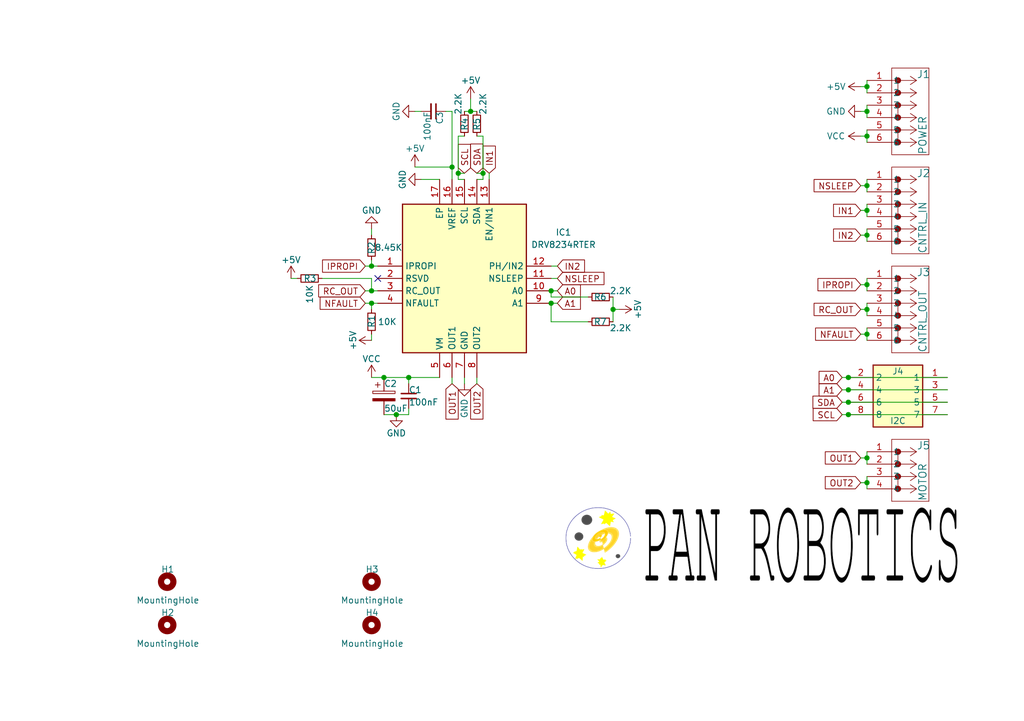
<source format=kicad_sch>
(kicad_sch (version 20230121) (generator eeschema)
  (paper "A5")
  (title_block (title "DRV8234 DC Motor Driver Expander") (date "2024-01-13") (rev "V1") (company "Pan Robotics"))
  (lib_symbols
    (symbol "1862042:1862042" (pin_names (offset 0.254))
      (property "Reference" "J" (at 8.89 6.35 0))
      (property "Value" "1862042" (at 0 0 0))
      (symbol "1862042_0_1"
        (polyline (pts (xy 5.08 -10.16) (xy 12.7 -10.16)) (stroke (width 0.127)))
        (polyline (pts (xy 5.08 2.54) (xy 5.08 -10.16)) (stroke (width 0.127)))
        (polyline (pts (xy 6.35 -5.08) (xy 6.35 -7.62)) (stroke (width 0.127)))
        (polyline (pts (xy 6.35 0) (xy 6.35 -2.54)) (stroke (width 0.127)))
        (polyline (pts (xy 10.16 -7.62) (xy 5.08 -7.62)) (stroke (width 0.127)))
        (polyline (pts (xy 10.16 -7.62) (xy 8.89 -8.4667)) (stroke (width 0.127)))
        (polyline (pts (xy 10.16 -7.62) (xy 8.89 -6.7733)) (stroke (width 0.127)))
        (polyline (pts (xy 10.16 -5.08) (xy 5.08 -5.08)) (stroke (width 0.127)))
        (polyline (pts (xy 10.16 -5.08) (xy 8.89 -5.9267)) (stroke (width 0.127)))
        (polyline (pts (xy 10.16 -5.08) (xy 8.89 -4.2333)) (stroke (width 0.127)))
        (polyline (pts (xy 10.16 -2.54) (xy 5.08 -2.54)) (stroke (width 0.127)))
        (polyline (pts (xy 10.16 -2.54) (xy 8.89 -3.3867)) (stroke (width 0.127)))
        (polyline (pts (xy 10.16 -2.54) (xy 8.89 -1.6933)) (stroke (width 0.127)))
        (polyline (pts (xy 10.16 0) (xy 5.08 0)) (stroke (width 0.127)))
        (polyline (pts (xy 10.16 0) (xy 8.89 -0.8467)) (stroke (width 0.127)))
        (polyline (pts (xy 10.16 0) (xy 8.89 0.8467)) (stroke (width 0.127)))
        (polyline (pts (xy 12.7 -10.16) (xy 12.7 2.54)) (stroke (width 0.127)))
        (polyline (pts (xy 12.7 2.54) (xy 5.08 2.54)) (stroke (width 0.127)))
        (circle (center 6.35 -7.62) (radius 0.127) (stroke (width 0.508)))
        (circle (center 6.35 -5.08) (radius 0.127) (stroke (width 0.508)))
        (circle (center 6.35 -2.54) (radius 0.127) (stroke (width 0.508)))
        (circle (center 6.35 0) (radius 0.127) (stroke (width 0.508)))
        (pin unspecified line (at 0 0 0) (length 5.08) (name "1") (number "1"))
        (pin unspecified line (at 0 -2.54 0) (length 5.08) (name "2") (number "2"))
        (pin unspecified line (at 0 -5.08 0) (length 5.08) (name "3") (number "3"))
        (pin unspecified line (at 0 -7.62 0) (length 5.08) (name "4") (number "4"))
      )
    )
    (symbol "1862055:1862055" (pin_names (offset 0.254))
      (property "Reference" "J" (at 8.89 6.35 0))
      (property "Value" "1862055" (at 0 0 0))
      (symbol "1862055_0_1"
        (polyline (pts (xy 5.08 -15.24) (xy 12.7 -15.24)) (stroke (width 0.127)))
        (polyline (pts (xy 5.08 2.54) (xy 5.08 -15.24)) (stroke (width 0.127)))
        (polyline (pts (xy 6.35 -10.16) (xy 6.35 -12.7)) (stroke (width 0.127)))
        (polyline (pts (xy 6.35 -5.08) (xy 6.35 -7.62)) (stroke (width 0.127)))
        (polyline (pts (xy 6.35 0) (xy 6.35 -2.54)) (stroke (width 0.127)))
        (polyline (pts (xy 10.16 -12.7) (xy 5.08 -12.7)) (stroke (width 0.127)))
        (polyline (pts (xy 10.16 -12.7) (xy 8.89 -13.5467)) (stroke (width 0.127)))
        (polyline (pts (xy 10.16 -12.7) (xy 8.89 -11.8533)) (stroke (width 0.127)))
        (polyline (pts (xy 10.16 -10.16) (xy 5.08 -10.16)) (stroke (width 0.127)))
        (polyline (pts (xy 10.16 -10.16) (xy 8.89 -11.0067)) (stroke (width 0.127)))
        (polyline (pts (xy 10.16 -10.16) (xy 8.89 -9.3133)) (stroke (width 0.127)))
        (polyline (pts (xy 10.16 -7.62) (xy 5.08 -7.62)) (stroke (width 0.127)))
        (polyline (pts (xy 10.16 -7.62) (xy 8.89 -8.4667)) (stroke (width 0.127)))
        (polyline (pts (xy 10.16 -7.62) (xy 8.89 -6.7733)) (stroke (width 0.127)))
        (polyline (pts (xy 10.16 -5.08) (xy 5.08 -5.08)) (stroke (width 0.127)))
        (polyline (pts (xy 10.16 -5.08) (xy 8.89 -5.9267)) (stroke (width 0.127)))
        (polyline (pts (xy 10.16 -5.08) (xy 8.89 -4.2333)) (stroke (width 0.127)))
        (polyline (pts (xy 10.16 -2.54) (xy 5.08 -2.54)) (stroke (width 0.127)))
        (polyline (pts (xy 10.16 -2.54) (xy 8.89 -3.3867)) (stroke (width 0.127)))
        (polyline (pts (xy 10.16 -2.54) (xy 8.89 -1.6933)) (stroke (width 0.127)))
        (polyline (pts (xy 10.16 0) (xy 5.08 0)) (stroke (width 0.127)))
        (polyline (pts (xy 10.16 0) (xy 8.89 -0.8467)) (stroke (width 0.127)))
        (polyline (pts (xy 10.16 0) (xy 8.89 0.8467)) (stroke (width 0.127)))
        (polyline (pts (xy 12.7 -15.24) (xy 12.7 2.54)) (stroke (width 0.127)))
        (polyline (pts (xy 12.7 2.54) (xy 5.08 2.54)) (stroke (width 0.127)))
        (circle (center 6.35 -12.7) (radius 0.127) (stroke (width 0.508)))
        (circle (center 6.35 -10.16) (radius 0.127) (stroke (width 0.508)))
        (circle (center 6.35 -7.62) (radius 0.127) (stroke (width 0.508)))
        (circle (center 6.35 -5.08) (radius 0.127) (stroke (width 0.508)))
        (circle (center 6.35 -2.54) (radius 0.127) (stroke (width 0.508)))
        (circle (center 6.35 0) (radius 0.127) (stroke (width 0.508)))
        (pin unspecified line (at 0 0 0) (length 5.08) (name "1") (number "1"))
        (pin unspecified line (at 0 -2.54 0) (length 5.08) (name "2") (number "2"))
        (pin unspecified line (at 0 -5.08 0) (length 5.08) (name "3") (number "3"))
        (pin unspecified line (at 0 -7.62 0) (length 5.08) (name "4") (number "4"))
        (pin unspecified line (at 0 -10.16 0) (length 5.08) (name "5") (number "5"))
        (pin unspecified line (at 0 -12.7 0) (length 5.08) (name "6") (number "6"))
      )
    )
    (symbol "1862068:1862068"
      (property "Reference" "J" (at 16.51 7.62 0))
      (property "Value" "1862068" (at 16.51 5.08 0))
      (symbol "1862068_1_1"
        (rectangle (start 5.08 2.54) (end 15.24 -10.16) (stroke (width 0.254)) (fill (type background)))
        (pin passive line (at 20.32 0 180) (length 5.08) (name "1") (number "1"))
        (pin passive line (at 0 0 0) (length 5.08) (name "2") (number "2"))
        (pin passive line (at 20.32 -2.54 180) (length 5.08) (name "3") (number "3"))
        (pin passive line (at 0 -2.54 0) (length 5.08) (name "4") (number "4"))
        (pin passive line (at 20.32 -5.08 180) (length 5.08) (name "5") (number "5"))
        (pin passive line (at 0 -5.08 0) (length 5.08) (name "6") (number "6"))
        (pin passive line (at 20.32 -7.62 180) (length 5.08) (name "7") (number "7"))
        (pin passive line (at 0 -7.62 0) (length 5.08) (name "8") (number "8"))
      )
    )
    (symbol "DRV8234:DRV8234RTER"
      (property "Reference" "IC" (at 31.75 17.78 0))
      (property "Value" "DRV8234RTER" (at 31.75 15.24 0))
      (symbol "DRV8234RTER_1_1"
        (rectangle (start 5.08 12.7) (end 30.48 -17.78) (stroke (width 0.254)) (fill (type background)))
        (pin passive line (at 0 0 0) (length 5.08) (name "IPROPI") (number "1"))
        (pin passive line (at 35.56 -5.08 180) (length 5.08) (name "A0") (number "10"))
        (pin passive line (at 35.56 -2.54 180) (length 5.08) (name "NSLEEP") (number "11"))
        (pin passive line (at 35.56 0 180) (length 5.08) (name "PH/IN2") (number "12"))
        (pin passive line (at 22.86 17.78 270) (length 5.08) (name "EN/IN1") (number "13"))
        (pin passive line (at 20.32 17.78 270) (length 5.08) (name "SDA") (number "14"))
        (pin passive line (at 17.78 17.78 270) (length 5.08) (name "SCL") (number "15"))
        (pin passive line (at 15.24 17.78 270) (length 5.08) (name "VREF") (number "16"))
        (pin passive line (at 12.7 17.78 270) (length 5.08) (name "EP") (number "17"))
        (pin passive line (at 0 -2.54 0) (length 5.08) (name "RSVD") (number "2"))
        (pin passive line (at 0 -5.08 0) (length 5.08) (name "RC_OUT") (number "3"))
        (pin passive line (at 0 -7.62 0) (length 5.08) (name "NFAULT") (number "4"))
        (pin passive line (at 12.7 -22.86 90) (length 5.08) (name "VM") (number "5"))
        (pin passive line (at 15.24 -22.86 90) (length 5.08) (name "OUT1") (number "6"))
        (pin passive line (at 17.78 -22.86 90) (length 5.08) (name "GND") (number "7"))
        (pin passive line (at 20.32 -22.86 90) (length 5.08) (name "OUT2") (number "8"))
        (pin passive line (at 35.56 -7.62 180) (length 5.08) (name "A1") (number "9"))
      )
    )
    (symbol "Device:C_Polarized" (pin_numbers hide) (pin_names (offset 0.254))
      (property "Reference" "C" (at 0.635 2.54 0))
      (property "Value" "C_Polarized" (at 0.635 -2.54 0))
      (symbol "C_Polarized_0_1"
        (rectangle (start -2.286 0.508) (end 2.286 1.016))
        (polyline (pts (xy -1.778 2.286) (xy -0.762 2.286)))
        (polyline (pts (xy -1.27 2.794) (xy -1.27 1.778)))
        (rectangle (start 2.286 -0.508) (end -2.286 -1.016) (fill (type outline)))
      )
      (symbol "C_Polarized_1_1"
        (pin passive line (at 0 3.81 270) (length 2.794) (name "~") (number "1"))
        (pin passive line (at 0 -3.81 90) (length 2.794) (name "~") (number "2"))
      )
    )
    (symbol "Device:C_Small" (pin_numbers hide) (pin_names (offset 0.254) hide)
      (property "Reference" "C" (at 0.254 1.778 0))
      (property "Value" "C_Small" (at 0.254 -2.032 0))
      (symbol "C_Small_0_1"
        (polyline (pts (xy -1.524 -0.508) (xy 1.524 -0.508)) (stroke (width 0.3302)))
        (polyline (pts (xy -1.524 0.508) (xy 1.524 0.508)) (stroke (width 0.3048)))
      )
      (symbol "C_Small_1_1"
        (pin passive line (at 0 2.54 270) (length 2.032) (name "~") (number "1"))
        (pin passive line (at 0 -2.54 90) (length 2.032) (name "~") (number "2"))
      )
    )
    (symbol "Device:R_Small" (pin_numbers hide) (pin_names (offset 0.254) hide)
      (property "Reference" "R" (at 0.762 0.508 0))
      (property "Value" "R_Small" (at 0.762 -1.016 0))
      (symbol "R_Small_0_1"
        (rectangle (start -0.762 1.778) (end 0.762 -1.778) (stroke (width 0.2032)))
      )
      (symbol "R_Small_1_1"
        (pin passive line (at 0 2.54 270) (length 0.762) (name "~") (number "1"))
        (pin passive line (at 0 -2.54 90) (length 0.762) (name "~") (number "2"))
      )
    )
    (symbol "Mechanical:MountingHole" (pin_names (offset 1.016))
      (property "Reference" "H" (at 0 5.08 0))
      (property "Value" "MountingHole" (at 0 3.175 0))
      (symbol "MountingHole_0_1"
        (circle (center 0 0) (radius 1.27) (stroke (width 1.27)))
      )
    )
    (symbol "power:+5V" (power) (pin_names (offset 0))
      (property "Value" "+5V" (at 0 3.556 0))
      (symbol "+5V_0_1"
        (polyline (pts (xy -0.762 1.27) (xy 0 2.54)))
        (polyline (pts (xy 0 0) (xy 0 2.54)))
        (polyline (pts (xy 0 2.54) (xy 0.762 1.27)))
      )
      (symbol "+5V_1_1"
        (pin power_in line (at 0 0 90) (length 0) hide (name "+5V") (number "1"))
      )
    )
    (symbol "power:GND" (power) (pin_names (offset 0))
      (property "Value" "GND" (at 0 -3.81 0))
      (symbol "GND_0_1"
        (polyline (pts (xy 0 0) (xy 0 -1.27) (xy 1.27 -1.27) (xy 0 -2.54) (xy -1.27 -1.27) (xy 0 -1.27)))
      )
      (symbol "GND_1_1"
        (pin power_in line (at 0 0 270) (length 0) hide (name "GND") (number "1"))
      )
    )
    (symbol "power:VCC" (power) (pin_names (offset 0))
      (property "Value" "VCC" (at 0 3.81 0))
      (symbol "VCC_0_1"
        (polyline (pts (xy -0.762 1.27) (xy 0 2.54)))
        (polyline (pts (xy 0 0) (xy 0 2.54)))
        (polyline (pts (xy 0 2.54) (xy 0.762 1.27)))
      )
      (symbol "VCC_1_1"
        (pin power_in line (at 0 0 90) (length 0) hide (name "VCC") (number "1"))
      )
    )
  )
  (junction (at 173.99 77.47))
  (junction (at 92.71 34.29))
  (junction (at 177.8 27.94))
  (junction (at 125.73 63.5))
  (junction (at 173.99 80.01))
  (junction (at 81.28 85.09))
  (junction (at 177.8 17.78))
  (junction (at 83.82 77.47))
  (junction (at 177.8 43.18))
  (junction (at 173.99 85.09))
  (junction (at 177.8 68.58))
  (junction (at 96.52 22.86))
  (junction (at 177.8 58.42))
  (junction (at 177.8 93.98))
  (junction (at 177.8 38.1))
  (junction (at 76.2 62.23))
  (junction (at 76.2 54.61))
  (junction (at 177.8 99.06))
  (junction (at 93.98 35.56))
  (junction (at 113.03 59.69))
  (junction (at 177.8 63.5))
  (junction (at 173.99 82.55))
  (junction (at 177.8 22.86))
  (junction (at 99.06 35.56))
  (junction (at 76.2 59.69))
  (junction (at 177.8 48.26))
  (junction (at 113.03 62.23))
  (junction (at 78.74 77.47))
  (no_connect (at 77.47 57.15))
  (wire (pts (xy 114.3 57.15) (xy 113.03 57.15)))
  (wire (pts (xy 172.72 77.47) (xy 173.99 77.47)))
  (wire (pts (xy 177.8 29.21) (xy 177.8 27.94)))
  (wire (pts (xy 76.2 77.47) (xy 78.74 77.47)))
  (wire (pts (xy 99.06 36.83) (xy 97.79 36.83)))
  (wire (pts (xy 99.06 27.94) (xy 99.06 35.56)))
  (wire (pts (xy 92.71 78.74) (xy 92.71 77.47)))
  (wire (pts (xy 91.44 22.86) (xy 92.71 22.86)))
  (wire (pts (xy 172.72 80.01) (xy 173.99 80.01)))
  (wire (pts (xy 96.52 22.86) (xy 97.79 22.86)))
  (wire (pts (xy 74.93 59.69) (xy 76.2 59.69)))
  (wire (pts (xy 172.72 82.55) (xy 173.99 82.55)))
  (wire (pts (xy 95.25 22.86) (xy 96.52 22.86)))
  (wire (pts (xy 96.52 20.32) (xy 96.52 22.86)))
  (wire (pts (xy 125.73 60.96) (xy 125.73 63.5)))
  (wire (pts (xy 176.53 38.1) (xy 177.8 38.1)))
  (wire (pts (xy 177.8 22.86) (xy 176.53 22.86)))
  (wire (pts (xy 173.99 80.01) (xy 194.31 80.01)))
  (wire (pts (xy 176.53 68.58) (xy 177.8 68.58)))
  (wire (pts (xy 85.09 34.29) (xy 92.71 34.29)))
  (wire (pts (xy 177.8 38.1) (xy 177.8 39.37)))
  (wire (pts (xy 95.25 35.56) (xy 93.98 35.56)))
  (wire (pts (xy 74.93 54.61) (xy 76.2 54.61)))
  (wire (pts (xy 177.8 63.5) (xy 176.53 63.5)))
  (wire (pts (xy 97.79 78.74) (xy 97.79 77.47)))
  (wire (pts (xy 177.8 67.31) (xy 177.8 68.58)))
  (wire (pts (xy 76.2 53.34) (xy 76.2 54.61)))
  (wire (pts (xy 177.8 41.91) (xy 177.8 43.18)))
  (wire (pts (xy 83.82 77.47) (xy 83.82 78.74)))
  (wire (pts (xy 177.8 26.67) (xy 177.8 27.94)))
  (wire (pts (xy 177.8 46.99) (xy 177.8 48.26)))
  (wire (pts (xy 177.8 62.23) (xy 177.8 63.5)))
  (wire (pts (xy 114.3 54.61) (xy 113.03 54.61)))
  (wire (pts (xy 76.2 59.69) (xy 77.47 59.69)))
  (wire (pts (xy 177.8 92.71) (xy 177.8 93.98)))
  (wire (pts (xy 92.71 22.86) (xy 92.71 34.29)))
  (wire (pts (xy 176.53 17.78) (xy 177.8 17.78)))
  (wire (pts (xy 177.8 99.06) (xy 177.8 100.33)))
  (wire (pts (xy 177.8 63.5) (xy 177.8 64.77)))
  (wire (pts (xy 97.79 35.56) (xy 99.06 35.56)))
  (wire (pts (xy 93.98 35.56) (xy 93.98 36.83)))
  (wire (pts (xy 92.71 34.29) (xy 92.71 36.83)))
  (wire (pts (xy 114.3 62.23) (xy 113.03 62.23)))
  (wire (pts (xy 177.8 58.42) (xy 177.8 59.69)))
  (wire (pts (xy 177.8 21.59) (xy 177.8 22.86)))
  (wire (pts (xy 83.82 85.09) (xy 83.82 83.82)))
  (wire (pts (xy 99.06 27.94) (xy 97.79 27.94)))
  (wire (pts (xy 176.53 43.18) (xy 177.8 43.18)))
  (wire (pts (xy 177.8 57.15) (xy 177.8 58.42)))
  (wire (pts (xy 177.8 97.79) (xy 177.8 99.06)))
  (wire (pts (xy 100.33 35.56) (xy 100.33 36.83)))
  (wire (pts (xy 59.69 57.15) (xy 60.96 57.15)))
  (wire (pts (xy 173.99 82.55) (xy 194.31 82.55)))
  (wire (pts (xy 177.8 68.58) (xy 177.8 69.85)))
  (wire (pts (xy 76.2 54.61) (xy 77.47 54.61)))
  (wire (pts (xy 113.03 59.69) (xy 114.3 59.69)))
  (wire (pts (xy 177.8 43.18) (xy 177.8 44.45)))
  (wire (pts (xy 99.06 35.56) (xy 99.06 36.83)))
  (wire (pts (xy 125.73 63.5) (xy 125.73 66.04)))
  (wire (pts (xy 95.25 78.74) (xy 95.25 77.47)))
  (wire (pts (xy 177.8 17.78) (xy 177.8 16.51)))
  (wire (pts (xy 74.93 62.23) (xy 76.2 62.23)))
  (wire (pts (xy 78.74 85.09) (xy 81.28 85.09)))
  (wire (pts (xy 120.65 66.04) (xy 113.03 66.04)))
  (wire (pts (xy 85.09 22.86) (xy 86.36 22.86)))
  (wire (pts (xy 81.28 85.09) (xy 83.82 85.09)))
  (wire (pts (xy 177.8 48.26) (xy 177.8 49.53)))
  (wire (pts (xy 78.74 77.47) (xy 83.82 77.47)))
  (wire (pts (xy 66.04 57.15) (xy 76.2 57.15)))
  (wire (pts (xy 127 63.5) (xy 125.73 63.5)))
  (wire (pts (xy 172.72 85.09) (xy 173.99 85.09)))
  (wire (pts (xy 177.8 93.98) (xy 177.8 95.25)))
  (wire (pts (xy 76.2 63.5) (xy 76.2 62.23)))
  (wire (pts (xy 76.2 62.23) (xy 77.47 62.23)))
  (wire (pts (xy 177.8 17.78) (xy 177.8 19.05)))
  (wire (pts (xy 177.8 22.86) (xy 177.8 24.13)))
  (wire (pts (xy 93.98 36.83) (xy 95.25 36.83)))
  (wire (pts (xy 93.98 27.94) (xy 93.98 35.56)))
  (wire (pts (xy 93.98 27.94) (xy 95.25 27.94)))
  (wire (pts (xy 177.8 27.94) (xy 176.53 27.94)))
  (wire (pts (xy 177.8 38.1) (xy 177.8 36.83)))
  (wire (pts (xy 176.53 93.98) (xy 177.8 93.98)))
  (wire (pts (xy 113.03 66.04) (xy 113.03 62.23)))
  (wire (pts (xy 177.8 58.42) (xy 176.53 58.42)))
  (wire (pts (xy 76.2 69.85) (xy 76.2 68.58)))
  (wire (pts (xy 76.2 46.99) (xy 76.2 48.26)))
  (wire (pts (xy 113.03 60.96) (xy 113.03 59.69)))
  (wire (pts (xy 113.03 60.96) (xy 120.65 60.96)))
  (wire (pts (xy 177.8 48.26) (xy 176.53 48.26)))
  (wire (pts (xy 83.82 77.47) (xy 90.17 77.47)))
  (wire (pts (xy 76.2 57.15) (xy 76.2 59.69)))
  (wire (pts (xy 176.53 99.06) (xy 177.8 99.06)))
  (wire (pts (xy 173.99 77.47) (xy 194.31 77.47)))
  (wire (pts (xy 86.36 36.83) (xy 90.17 36.83)))
  (wire (pts (xy 173.99 85.09) (xy 194.31 85.09)))
  (image (at 156.21 111.76) (scale 0.871662))
  (global_label "IPROPI" (shape input) (at 176.53 58.42 180) (property "Intersheetrefs" "${INTERSHEET_REFS}" (effects hide)))
  (global_label "OUT2" (shape input) (at 97.79 78.74 270) (property "Intersheetrefs" "${INTERSHEET_REFS}" (effects hide)))
  (global_label "IN1" (shape input) (at 100.33 35.56 90) (property "Intersheetrefs" "${INTERSHEET_REFS}" (effects hide)))
  (global_label "NFAULT" (shape input) (at 74.93 62.23 180) (property "Intersheetrefs" "${INTERSHEET_REFS}" (effects hide)))
  (global_label "OUT1" (shape input) (at 176.53 93.98 180) (property "Intersheetrefs" "${INTERSHEET_REFS}" (effects hide)))
  (global_label "NFAULT" (shape input) (at 176.53 68.58 180) (property "Intersheetrefs" "${INTERSHEET_REFS}" (effects hide)))
  (global_label "A0" (shape input) (at 172.72 77.47 180) (property "Intersheetrefs" "${INTERSHEET_REFS}" (effects hide)))
  (global_label "RC_OUT" (shape input) (at 74.93 59.69 180) (property "Intersheetrefs" "${INTERSHEET_REFS}" (effects hide)))
  (global_label "IN1" (shape input) (at 176.53 43.18 180) (property "Intersheetrefs" "${INTERSHEET_REFS}" (effects hide)))
  (global_label "OUT2" (shape input) (at 176.53 99.06 180) (property "Intersheetrefs" "${INTERSHEET_REFS}" (effects hide)))
  (global_label "A1" (shape input) (at 172.72 80.01 180) (property "Intersheetrefs" "${INTERSHEET_REFS}" (effects hide)))
  (global_label "SCL" (shape input) (at 172.72 85.09 180) (property "Intersheetrefs" "${INTERSHEET_REFS}" (effects hide)))
  (global_label "IN2" (shape input) (at 176.53 48.26 180) (property "Intersheetrefs" "${INTERSHEET_REFS}" (effects hide)))
  (global_label "OUT1" (shape input) (at 92.71 78.74 270) (property "Intersheetrefs" "${INTERSHEET_REFS}" (effects hide)))
  (global_label "IN2" (shape input) (at 114.3 54.61 0) (property "Intersheetrefs" "${INTERSHEET_REFS}" (effects hide)))
  (global_label "SDA" (shape input) (at 97.79 35.56 90) (property "Intersheetrefs" "${INTERSHEET_REFS}" (effects hide)))
  (global_label "NSLEEP" (shape input) (at 176.53 38.1 180) (property "Intersheetrefs" "${INTERSHEET_REFS}" (effects hide)))
  (global_label "NSLEEP" (shape input) (at 114.3 57.15 0) (property "Intersheetrefs" "${INTERSHEET_REFS}" (effects hide)))
  (global_label "A0" (shape input) (at 114.3 59.69 0) (property "Intersheetrefs" "${INTERSHEET_REFS}" (effects hide)))
  (global_label "SCL" (shape input) (at 95.25 35.56 90) (property "Intersheetrefs" "${INTERSHEET_REFS}" (effects hide)))
  (global_label "RC_OUT" (shape input) (at 176.53 63.5 180) (property "Intersheetrefs" "${INTERSHEET_REFS}" (effects hide)))
  (global_label "SDA" (shape input) (at 172.72 82.55 180) (property "Intersheetrefs" "${INTERSHEET_REFS}" (effects hide)))
  (global_label "A1" (shape input) (at 114.3 62.23 0) (property "Intersheetrefs" "${INTERSHEET_REFS}" (effects hide)))
  (global_label "IPROPI" (shape input) (at 74.93 54.61 180) (property "Intersheetrefs" "${INTERSHEET_REFS}" (effects hide)))
  (symbol (lib_id "power:VCC") (at 76.2 77.47 0) (unit 1)
    (property "Reference" "#PWR03" (effects hide))
    (property "Value" "VCC" (at 76.2 73.66 0))
  )
  (symbol (lib_id "power:GND") (at 76.2 46.99 180) (unit 1)
    (property "Reference" "#PWR07" (effects hide))
    (property "Value" "GND" (at 76.2 43.18 0))
  )
  (symbol (lib_id "Device:R_Small") (at 95.25 25.4 180) (unit 1)
    (property "Reference" "R4" (at 95.25 24.13 90) (effects (justify left)))
    (property "Value" "2.2K" (at 93.98 19.05 90) (effects (justify left)))
    (property "Footprint" "Resistor_SMD:R_0805_2012Metric_Pad1.20x1.40mm_HandSolder" (effects hide))
  )
  (symbol (lib_id "power:GND") (at 81.28 85.09 0) (unit 1)
    (property "Reference" "#PWR05" (effects hide))
    (property "Value" "GND" (at 81.28 88.9 0))
  )
  (symbol (lib_id "Mechanical:MountingHole") (at 34.29 119.38 0) (unit 1)
    (property "Reference" "H1" (at 33.02 116.84 0) (effects (justify left)))
    (property "Value" "MountingHole" (at 27.94 123.19 0) (effects (justify left)))
    (property "Footprint" "MountingHole:MountingHole_3.2mm_M3_Pad_Via" (effects hide))
  )
  (symbol (lib_id "Device:R_Small") (at 123.19 66.04 90) (unit 1)
    (property "Reference" "R7" (at 124.46 66.04 90) (effects (justify left)))
    (property "Value" "2.2K" (at 129.54 67.31 90) (effects (justify left)))
    (property "Footprint" "Resistor_SMD:R_0805_2012Metric_Pad1.20x1.40mm_HandSolder" (effects hide))
  )
  (symbol (lib_id "Device:C_Small") (at 83.82 81.28 0) (unit 1)
    (property "Reference" "C1" (at 83.82 80.01 0) (effects (justify left)))
    (property "Value" "100nF" (at 83.82 82.55 0) (effects (justify left)))
    (property "Footprint" "Capacitor_SMD:C_1206_3216Metric_Pad1.33x1.80mm_HandSolder" (effects hide))
  )
  (symbol (lib_id "power:+5V") (at 76.2 69.85 90) (unit 1)
    (property "Reference" "#PWR010" (effects hide))
    (property "Value" "+5V" (at 72.39 69.85 0))
  )
  (symbol (lib_id "power:GND") (at 176.53 22.86 270) (unit 1)
    (property "Reference" "#PWR08" (effects hide))
    (property "Value" "GND" (at 171.45 22.86 90))
  )
  (symbol (lib_id "1862055:1862055") (at 177.8 57.15 0) (unit 1)
    (property "Reference" "J3" (at 187.96 55.88 0) (effects (font (size 1.524 1.524)) (justify left)))
    (property "Value" "CNTRL_OUT" (at 189.23 72.39 90) (effects (font (size 1.524 1.524)) (justify left)))
    (property "Footprint" "1862055 Footprint:CONN_1862055" (effects hide))
    (property "Datasheet" "1862055" (effects hide))
  )
  (symbol (lib_id "power:+5V") (at 127 63.5 270) (unit 1)
    (property "Reference" "#PWR014" (effects hide))
    (property "Value" "+5V" (at 130.81 63.5 0))
  )
  (symbol (lib_id "DRV8234:DRV8234RTER") (at 77.47 54.61 0) (unit 1)
    (property "Reference" "IC1" (at 115.57 47.6819 0))
    (property "Value" "DRV8234RTER" (at 115.57 50.2219 0))
    (property "Footprint" "DRV8234 Footprint:QFN50P300X300X80-17N-D" (effects hide))
    (property "Datasheet" "https://www.ti.com/lit/ds/symlink/drv8234.pdf?ts=1704472523164&ref_url=https%253A%252F%252Fwww.ti.com%252Fsitesearch%252Fen-us%252Fdocs%252Funiversalsearch.tsp%253FlangPref%253Den-US%2526searchTerm%253DDRV8234RTER%2526nr%253D2" (effects hide))
    (property "Height" "0.8" (effects hide))
    (property "Manufacturer_Name" "Texas Instruments" (effects hide))
    (property "Manufacturer_Part_Number" "DRV8234RTER" (effects hide))
  )
  (symbol (lib_id "Device:R_Small") (at 76.2 50.8 180) (unit 1)
    (property "Reference" "R2" (at 76.2 49.53 90) (effects (justify left)))
    (property "Value" "8.45K" (at 82.55 50.8 0) (effects (justify left)))
    (property "Footprint" "Resistor_SMD:R_0805_2012Metric_Pad1.20x1.40mm_HandSolder" (effects hide))
  )
  (symbol (lib_id "power:+5V") (at 176.53 17.78 90) (unit 1)
    (property "Reference" "#PWR09" (effects hide))
    (property "Value" "+5V" (at 171.45 17.78 90))
  )
  (symbol (lib_id "Mechanical:MountingHole") (at 76.2 119.38 0) (unit 1)
    (property "Reference" "H3" (at 74.93 116.84 0) (effects (justify left)))
    (property "Value" "MountingHole" (at 69.85 123.19 0) (effects (justify left)))
    (property "Footprint" "MountingHole:MountingHole_3.2mm_M3_Pad_Via" (effects hide))
  )
  (symbol (lib_id "power:GND") (at 85.09 22.86 270) (unit 1)
    (property "Reference" "#PWR06" (effects hide))
    (property "Value" "GND" (at 81.28 22.86 0))
  )
  (symbol (lib_id "power:+5V") (at 85.09 34.29 0) (unit 1)
    (property "Reference" "#PWR04" (effects hide))
    (property "Value" "+5V" (at 85.09 30.48 0))
  )
  (symbol (lib_id "Mechanical:MountingHole") (at 34.29 128.27 0) (unit 1)
    (property "Reference" "H2" (at 33.02 125.73 0) (effects (justify left)))
    (property "Value" "MountingHole" (at 27.94 132.08 0) (effects (justify left)))
    (property "Footprint" "MountingHole:MountingHole_3.2mm_M3_Pad_Via" (effects hide))
  )
  (symbol (lib_id "1862055:1862055") (at 177.8 16.51 0) (unit 1)
    (property "Reference" "J1" (at 187.96 15.24 0) (effects (font (size 1.524 1.524)) (justify left)))
    (property "Value" "POWER" (at 189.23 31.75 90) (effects (font (size 1.524 1.524)) (justify left)))
    (property "Footprint" "1862055 Footprint:CONN_1862055" (effects hide))
    (property "Datasheet" "1862055" (effects hide))
  )
  (symbol (lib_id "Device:C_Small") (at 88.9 22.86 270) (unit 1)
    (property "Reference" "C3" (at 90.17 22.86 0) (effects (justify left)))
    (property "Value" "100nF" (at 87.63 22.86 0) (effects (justify left)))
    (property "Footprint" "Capacitor_SMD:C_1206_3216Metric_Pad1.33x1.80mm_HandSolder" (effects hide))
  )
  (symbol (lib_id "1862042:1862042") (at 177.8 92.71 0) (unit 1)
    (property "Reference" "J5" (at 187.96 91.44 0) (effects (font (size 1.524 1.524)) (justify left)))
    (property "Value" "MOTOR" (at 189.23 102.87 90) (effects (font (size 1.524 1.524)) (justify left)))
    (property "Footprint" "1862042 Footprint:CONN_1862042" (effects hide))
    (property "Datasheet" "1862042" (effects hide))
  )
  (symbol (lib_id "power:+5V") (at 96.52 20.32 0) (unit 1)
    (property "Reference" "#PWR013" (effects hide))
    (property "Value" "+5V" (at 96.52 16.51 0))
  )
  (symbol (lib_id "1862068:1862068") (at 173.99 77.47 0) (unit 1)
    (property "Reference" "J4" (at 184.15 76.2 0))
    (property "Value" "I2C" (at 184.15 86.36 0))
    (property "Footprint" "1862068 Footprint:1862068" (effects hide))
    (property "Datasheet" "https://www.arrow.com/en/products/1862068/phoenix-contact" (effects hide))
    (property "Height" "10.2" (effects hide))
    (property "Mouser Part Number" "651-1862068" (effects hide))
    (property "Mouser Price/Stock" "https://www.mouser.co.uk/ProductDetail/Phoenix-Contact/1862068?qs=tlR8i4ZVbUc%2F8QHSz36BSA%3D%3D" (effects hide))
    (property "Manufacturer_Name" "Phoenix Contact" (effects hide))
    (property "Manufacturer_Part_Number" "1862068" (effects hide))
  )
  (symbol (lib_id "Device:R_Small") (at 76.2 66.04 0) (unit 1)
    (property "Reference" "R1" (at 76.2 67.31 90) (effects (justify left)))
    (property "Value" "10K" (at 77.47 66.04 0) (effects (justify left)))
    (property "Footprint" "Resistor_SMD:R_0805_2012Metric_Pad1.20x1.40mm_HandSolder" (effects hide))
  )
  (symbol (lib_id "Mechanical:MountingHole") (at 76.2 128.27 0) (unit 1)
    (property "Reference" "H4" (at 74.93 125.73 0) (effects (justify left)))
    (property "Value" "MountingHole" (at 69.85 132.08 0) (effects (justify left)))
    (property "Footprint" "MountingHole:MountingHole_3.2mm_M3_Pad_Via" (effects hide))
  )
  (symbol (lib_id "Device:R_Small") (at 123.19 60.96 90) (unit 1)
    (property "Reference" "R6" (at 124.46 60.96 90) (effects (justify left)))
    (property "Value" "2.2K" (at 129.54 59.69 90) (effects (justify left)))
    (property "Footprint" "Resistor_SMD:R_0805_2012Metric_Pad1.20x1.40mm_HandSolder" (effects hide))
  )
  (symbol (lib_id "Device:R_Small") (at 97.79 25.4 180) (unit 1)
    (property "Reference" "R5" (at 97.79 24.13 90) (effects (justify left)))
    (property "Value" "2.2K" (at 99.06 19.05 90) (effects (justify left)))
    (property "Footprint" "Resistor_SMD:R_0805_2012Metric_Pad1.20x1.40mm_HandSolder" (effects hide))
  )
  (symbol (lib_id "Device:C_Polarized") (at 78.74 81.28 0) (unit 1)
    (property "Reference" "C2" (at 78.74 78.74 0) (effects (justify left)))
    (property "Value" "50uF" (at 78.74 83.82 0) (effects (justify left)))
    (property "Footprint" "Capacitor_SMD:C_Elec_5x5.8" (effects hide))
  )
  (symbol (lib_id "1862055:1862055") (at 177.8 36.83 0) (unit 1)
    (property "Reference" "J2" (at 187.96 35.56 0) (effects (font (size 1.524 1.524)) (justify left)))
    (property "Value" "CNTRL_IN" (at 189.23 52.07 90) (effects (font (size 1.524 1.524)) (justify left)))
    (property "Footprint" "1862055 Footprint:CONN_1862055" (effects hide))
    (property "Datasheet" "1862055" (effects hide))
  )
  (symbol (lib_id "power:VCC") (at 176.53 27.94 90) (unit 1)
    (property "Reference" "#PWR01" (effects hide))
    (property "Value" "VCC" (at 171.45 27.94 90))
  )
  (symbol (lib_id "power:GND") (at 86.36 36.83 270) (unit 1)
    (property "Reference" "#PWR011" (effects hide))
    (property "Value" "GND" (at 82.55 36.83 0))
  )
  (symbol (lib_id "power:+5V") (at 59.69 57.15 0) (unit 1)
    (property "Reference" "#PWR012" (effects hide))
    (property "Value" "+5V" (at 59.69 53.34 0))
  )
  (symbol (lib_id "power:GND") (at 95.25 78.74 0) (unit 1)
    (property "Reference" "#PWR02" (effects hide))
    (property "Value" "GND" (at 95.25 83.82 90))
  )
  (symbol (lib_id "Device:R_Small") (at 63.5 57.15 270) (unit 1)
    (property "Reference" "R3" (at 62.23 57.15 90) (effects (justify left)))
    (property "Value" "10K" (at 63.5 58.42 0) (effects (justify left)))
    (property "Footprint" "Resistor_SMD:R_0805_2012Metric_Pad1.20x1.40mm_HandSolder" (effects hide))
  )
)
</source>
